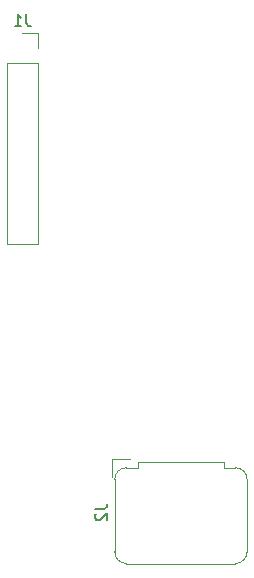
<source format=gbr>
%TF.GenerationSoftware,KiCad,Pcbnew,5.1.6*%
%TF.CreationDate,2020-10-29T14:33:52+01:00*%
%TF.ProjectId,Grove-SCD30,47726f76-652d-4534-9344-33302e6b6963,rev?*%
%TF.SameCoordinates,Original*%
%TF.FileFunction,Legend,Bot*%
%TF.FilePolarity,Positive*%
%FSLAX46Y46*%
G04 Gerber Fmt 4.6, Leading zero omitted, Abs format (unit mm)*
G04 Created by KiCad (PCBNEW 5.1.6) date 2020-10-29 14:33:52*
%MOMM*%
%LPD*%
G01*
G04 APERTURE LIST*
%ADD10C,0.120000*%
%ADD11C,0.150000*%
G04 APERTURE END LIST*
D10*
%TO.C,J2*%
X147645000Y-93437000D02*
X147645000Y-94937000D01*
X149145000Y-93437000D02*
X147645000Y-93437000D01*
X148885000Y-102297000D02*
X158105000Y-102297000D01*
X157105000Y-94177000D02*
X158105000Y-94177000D01*
X157105000Y-93677000D02*
X157105000Y-94177000D01*
X149885000Y-93677000D02*
X157105000Y-93677000D01*
X149885000Y-94177000D02*
X149885000Y-93677000D01*
X148885000Y-94177000D02*
X149885000Y-94177000D01*
X159105000Y-95177000D02*
X159105000Y-101297000D01*
X147885000Y-95177000D02*
X147885000Y-101297000D01*
X147885000Y-95177000D02*
G75*
G02*
X148885000Y-94177000I1000000J0D01*
G01*
X158105000Y-94177000D02*
G75*
G02*
X159105000Y-95177000I0J-1000000D01*
G01*
X148885000Y-102297000D02*
G75*
G02*
X147885000Y-101297000I0J1000000D01*
G01*
X159105000Y-101297000D02*
G75*
G02*
X158105000Y-102297000I-1000000J0D01*
G01*
%TO.C,J1*%
X141411000Y-57344000D02*
X140081000Y-57344000D01*
X141411000Y-58674000D02*
X141411000Y-57344000D01*
X141411000Y-59944000D02*
X138751000Y-59944000D01*
X138751000Y-59944000D02*
X138751000Y-75244000D01*
X141411000Y-59944000D02*
X141411000Y-75244000D01*
X141411000Y-75244000D02*
X138751000Y-75244000D01*
%TO.C,J2*%
D11*
X146247380Y-97653666D02*
X146961666Y-97653666D01*
X147104523Y-97606047D01*
X147199761Y-97510809D01*
X147247380Y-97367952D01*
X147247380Y-97272714D01*
X146342619Y-98082238D02*
X146295000Y-98129857D01*
X146247380Y-98225095D01*
X146247380Y-98463190D01*
X146295000Y-98558428D01*
X146342619Y-98606047D01*
X146437857Y-98653666D01*
X146533095Y-98653666D01*
X146675952Y-98606047D01*
X147247380Y-98034619D01*
X147247380Y-98653666D01*
%TO.C,J1*%
X140414333Y-55796380D02*
X140414333Y-56510666D01*
X140461952Y-56653523D01*
X140557190Y-56748761D01*
X140700047Y-56796380D01*
X140795285Y-56796380D01*
X139414333Y-56796380D02*
X139985761Y-56796380D01*
X139700047Y-56796380D02*
X139700047Y-55796380D01*
X139795285Y-55939238D01*
X139890523Y-56034476D01*
X139985761Y-56082095D01*
%TD*%
M02*

</source>
